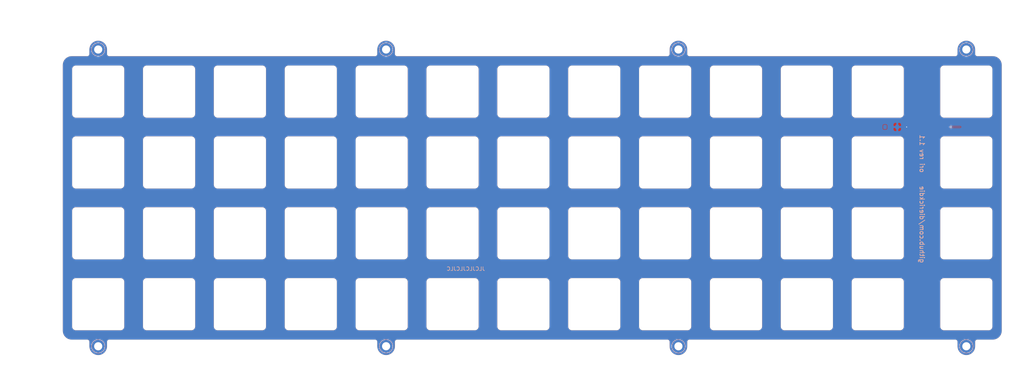
<source format=kicad_pcb>
(kicad_pcb (version 20171130) (host pcbnew "(5.1.10-1-10_14)")
  (layers (0 F.Cu signal) (31 B.Cu signal) (34 B.Paste user) (35 F.Paste user) (36 B.SilkS user) (37 F.SilkS user) (38 B.Mask user) (39 F.Mask user) (44 Edge.Cuts user))
  (net 0 "")
  (net 1 GND)
  (net 2 GND1)
  (net 3 "Net-(D2-Pad1)")
  (module Keeb_footprints:MX100_cutout_plated (layer F.Cu) (at 308.37317 107.1567)
    (fp_text reference U45)
    (fp_text value HOLE)
    (fp_line (start -6 7) (end 6 7) (layer Edge.Cuts) (width 0.05))
    (fp_line (start 7 -6) (end 7 6) (layer Edge.Cuts) (width 0.05))
    (fp_line (start -6 -7) (end 6 -7) (layer Edge.Cuts) (width 0.05))
    (fp_line (start -7 6) (end -7 -6) (layer Edge.Cuts) (width 0.05))
    (fp_arc (start -6 -6) (end -6 -7) (angle -90) (layer Edge.Cuts) (width 0.05))
    (fp_arc (start 6 6) (end 6 7) (angle -90) (layer Edge.Cuts) (width 0.05))
    (fp_arc (start 6 -6) (end 7 -6) (angle -90) (layer Edge.Cuts) (width 0.05))
    (fp_arc (start -6 6) (end -7 6) (angle -90) (layer Edge.Cuts) (width 0.05))
  )
  (module Keeb_footprints:MX100_cutout_plated (layer F.Cu) (at 155.97253 50.00646)
    (fp_text reference U1)
    (fp_text value HOLE)
    (fp_line (start -6 7) (end 6 7) (layer Edge.Cuts) (width 0.05))
    (fp_line (start 7 -6) (end 7 6) (layer Edge.Cuts) (width 0.05))
    (fp_line (start -6 -7) (end 6 -7) (layer Edge.Cuts) (width 0.05))
    (fp_line (start -7 6) (end -7 -6) (layer Edge.Cuts) (width 0.05))
    (fp_arc (start -6 -6) (end -6 -7) (angle -90) (layer Edge.Cuts) (width 0.05))
    (fp_arc (start 6 6) (end 6 7) (angle -90) (layer Edge.Cuts) (width 0.05))
    (fp_arc (start 6 -6) (end 7 -6) (angle -90) (layer Edge.Cuts) (width 0.05))
    (fp_arc (start -6 6) (end -7 6) (angle -90) (layer Edge.Cuts) (width 0.05))
  )
  (module Keeb_footprints:MX100_cutout_plated (layer F.Cu) (at 389.33601 107.1567)
    (fp_text reference U52)
    (fp_text value HOLE)
    (fp_line (start -6 7) (end 6 7) (layer Edge.Cuts) (width 0.05))
    (fp_line (start 7 -6) (end 7 6) (layer Edge.Cuts) (width 0.05))
    (fp_line (start -6 -7) (end 6 -7) (layer Edge.Cuts) (width 0.05))
    (fp_line (start -7 6) (end -7 -6) (layer Edge.Cuts) (width 0.05))
    (fp_arc (start -6 -6) (end -6 -7) (angle -90) (layer Edge.Cuts) (width 0.05))
    (fp_arc (start 6 6) (end 6 7) (angle -90) (layer Edge.Cuts) (width 0.05))
    (fp_arc (start 6 -6) (end 7 -6) (angle -90) (layer Edge.Cuts) (width 0.05))
    (fp_arc (start -6 6) (end -7 6) (angle -90) (layer Edge.Cuts) (width 0.05))
  )
  (module Keeb_footprints:MX100_cutout_plated (layer F.Cu) (at 389.33589 88.106428)
    (fp_text reference U51)
    (fp_text value HOLE)
    (fp_line (start -6 7) (end 6 7) (layer Edge.Cuts) (width 0.05))
    (fp_line (start 7 -6) (end 7 6) (layer Edge.Cuts) (width 0.05))
    (fp_line (start -6 -7) (end 6 -7) (layer Edge.Cuts) (width 0.05))
    (fp_line (start -7 6) (end -7 -6) (layer Edge.Cuts) (width 0.05))
    (fp_arc (start -6 -6) (end -6 -7) (angle -90) (layer Edge.Cuts) (width 0.05))
    (fp_arc (start 6 6) (end 6 7) (angle -90) (layer Edge.Cuts) (width 0.05))
    (fp_arc (start 6 -6) (end 7 -6) (angle -90) (layer Edge.Cuts) (width 0.05))
    (fp_arc (start -6 6) (end -7 6) (angle -90) (layer Edge.Cuts) (width 0.05))
  )
  (module Keeb_footprints:MX100_cutout_plated (layer F.Cu) (at 389.33589 69.056444)
    (fp_text reference U50)
    (fp_text value HOLE)
    (fp_line (start -6 7) (end 6 7) (layer Edge.Cuts) (width 0.05))
    (fp_line (start 7 -6) (end 7 6) (layer Edge.Cuts) (width 0.05))
    (fp_line (start -6 -7) (end 6 -7) (layer Edge.Cuts) (width 0.05))
    (fp_line (start -7 6) (end -7 -6) (layer Edge.Cuts) (width 0.05))
    (fp_arc (start -6 -6) (end -6 -7) (angle -90) (layer Edge.Cuts) (width 0.05))
    (fp_arc (start 6 6) (end 6 7) (angle -90) (layer Edge.Cuts) (width 0.05))
    (fp_arc (start 6 -6) (end 7 -6) (angle -90) (layer Edge.Cuts) (width 0.05))
    (fp_arc (start -6 6) (end -7 6) (angle -90) (layer Edge.Cuts) (width 0.05))
  )
  (module Keeb_footprints:MX100_cutout_plated (layer F.Cu) (at 389.33601 50.00646)
    (fp_text reference U49)
    (fp_text value HOLE)
    (fp_line (start -6 7) (end 6 7) (layer Edge.Cuts) (width 0.05))
    (fp_line (start 7 -6) (end 7 6) (layer Edge.Cuts) (width 0.05))
    (fp_line (start -6 -7) (end 6 -7) (layer Edge.Cuts) (width 0.05))
    (fp_line (start -7 6) (end -7 -6) (layer Edge.Cuts) (width 0.05))
    (fp_arc (start -6 -6) (end -6 -7) (angle -90) (layer Edge.Cuts) (width 0.05))
    (fp_arc (start 6 6) (end 6 7) (angle -90) (layer Edge.Cuts) (width 0.05))
    (fp_arc (start 6 -6) (end 7 -6) (angle -90) (layer Edge.Cuts) (width 0.05))
    (fp_arc (start -6 6) (end -7 6) (angle -90) (layer Edge.Cuts) (width 0.05))
  )
  (module Keeb_footprints:MX100_cutout_plated (layer F.Cu) (at 365.52341 107.1567)
    (fp_text reference U48)
    (fp_text value HOLE)
    (fp_line (start -6 7) (end 6 7) (layer Edge.Cuts) (width 0.05))
    (fp_line (start 7 -6) (end 7 6) (layer Edge.Cuts) (width 0.05))
    (fp_line (start -6 -7) (end 6 -7) (layer Edge.Cuts) (width 0.05))
    (fp_line (start -7 6) (end -7 -6) (layer Edge.Cuts) (width 0.05))
    (fp_arc (start -6 -6) (end -6 -7) (angle -90) (layer Edge.Cuts) (width 0.05))
    (fp_arc (start 6 6) (end 6 7) (angle -90) (layer Edge.Cuts) (width 0.05))
    (fp_arc (start 6 -6) (end 7 -6) (angle -90) (layer Edge.Cuts) (width 0.05))
    (fp_arc (start -6 6) (end -7 6) (angle -90) (layer Edge.Cuts) (width 0.05))
  )
  (module Keeb_footprints:MX100_cutout_plated (layer F.Cu) (at 346.47333 107.16)
    (fp_text reference U47)
    (fp_text value HOLE)
    (fp_line (start -6 7) (end 6 7) (layer Edge.Cuts) (width 0.05))
    (fp_line (start 7 -6) (end 7 6) (layer Edge.Cuts) (width 0.05))
    (fp_line (start -6 -7) (end 6 -7) (layer Edge.Cuts) (width 0.05))
    (fp_line (start -7 6) (end -7 -6) (layer Edge.Cuts) (width 0.05))
    (fp_arc (start -6 -6) (end -6 -7) (angle -90) (layer Edge.Cuts) (width 0.05))
    (fp_arc (start 6 6) (end 6 7) (angle -90) (layer Edge.Cuts) (width 0.05))
    (fp_arc (start 6 -6) (end 7 -6) (angle -90) (layer Edge.Cuts) (width 0.05))
    (fp_arc (start -6 6) (end -7 6) (angle -90) (layer Edge.Cuts) (width 0.05))
  )
  (module Keeb_footprints:MX100_cutout_plated (layer F.Cu) (at 327.42325 107.1567)
    (fp_text reference U46)
    (fp_text value HOLE)
    (fp_line (start -6 7) (end 6 7) (layer Edge.Cuts) (width 0.05))
    (fp_line (start 7 -6) (end 7 6) (layer Edge.Cuts) (width 0.05))
    (fp_line (start -6 -7) (end 6 -7) (layer Edge.Cuts) (width 0.05))
    (fp_line (start -7 6) (end -7 -6) (layer Edge.Cuts) (width 0.05))
    (fp_arc (start -6 -6) (end -6 -7) (angle -90) (layer Edge.Cuts) (width 0.05))
    (fp_arc (start 6 6) (end 6 7) (angle -90) (layer Edge.Cuts) (width 0.05))
    (fp_arc (start 6 -6) (end 7 -6) (angle -90) (layer Edge.Cuts) (width 0.05))
    (fp_arc (start -6 6) (end -7 6) (angle -90) (layer Edge.Cuts) (width 0.05))
  )
  (module Keeb_footprints:MX100_cutout_plated (layer F.Cu) (at 289.32309 107.1567)
    (fp_text reference U44)
    (fp_text value HOLE)
    (fp_line (start -6 7) (end 6 7) (layer Edge.Cuts) (width 0.05))
    (fp_line (start 7 -6) (end 7 6) (layer Edge.Cuts) (width 0.05))
    (fp_line (start -6 -7) (end 6 -7) (layer Edge.Cuts) (width 0.05))
    (fp_line (start -7 6) (end -7 -6) (layer Edge.Cuts) (width 0.05))
    (fp_arc (start -6 -6) (end -6 -7) (angle -90) (layer Edge.Cuts) (width 0.05))
    (fp_arc (start 6 6) (end 6 7) (angle -90) (layer Edge.Cuts) (width 0.05))
    (fp_arc (start 6 -6) (end 7 -6) (angle -90) (layer Edge.Cuts) (width 0.05))
    (fp_arc (start -6 6) (end -7 6) (angle -90) (layer Edge.Cuts) (width 0.05))
  )
  (module Keeb_footprints:MX100_cutout_plated (layer F.Cu) (at 270.27301 107.1567)
    (fp_text reference U43)
    (fp_text value HOLE)
    (fp_line (start -6 7) (end 6 7) (layer Edge.Cuts) (width 0.05))
    (fp_line (start 7 -6) (end 7 6) (layer Edge.Cuts) (width 0.05))
    (fp_line (start -6 -7) (end 6 -7) (layer Edge.Cuts) (width 0.05))
    (fp_line (start -7 6) (end -7 -6) (layer Edge.Cuts) (width 0.05))
    (fp_arc (start -6 -6) (end -6 -7) (angle -90) (layer Edge.Cuts) (width 0.05))
    (fp_arc (start 6 6) (end 6 7) (angle -90) (layer Edge.Cuts) (width 0.05))
    (fp_arc (start 6 -6) (end 7 -6) (angle -90) (layer Edge.Cuts) (width 0.05))
    (fp_arc (start -6 6) (end -7 6) (angle -90) (layer Edge.Cuts) (width 0.05))
  )
  (module Keeb_footprints:MX100_cutout_plated (layer F.Cu) (at 251.22293 107.1567)
    (fp_text reference U42)
    (fp_text value HOLE)
    (fp_line (start -6 7) (end 6 7) (layer Edge.Cuts) (width 0.05))
    (fp_line (start 7 -6) (end 7 6) (layer Edge.Cuts) (width 0.05))
    (fp_line (start -6 -7) (end 6 -7) (layer Edge.Cuts) (width 0.05))
    (fp_line (start -7 6) (end -7 -6) (layer Edge.Cuts) (width 0.05))
    (fp_arc (start -6 -6) (end -6 -7) (angle -90) (layer Edge.Cuts) (width 0.05))
    (fp_arc (start 6 6) (end 6 7) (angle -90) (layer Edge.Cuts) (width 0.05))
    (fp_arc (start 6 -6) (end 7 -6) (angle -90) (layer Edge.Cuts) (width 0.05))
    (fp_arc (start -6 6) (end -7 6) (angle -90) (layer Edge.Cuts) (width 0.05))
  )
  (module Keeb_footprints:MX100_cutout_plated (layer F.Cu) (at 232.17285 107.1567)
    (fp_text reference U41)
    (fp_text value HOLE)
    (fp_line (start -6 7) (end 6 7) (layer Edge.Cuts) (width 0.05))
    (fp_line (start 7 -6) (end 7 6) (layer Edge.Cuts) (width 0.05))
    (fp_line (start -6 -7) (end 6 -7) (layer Edge.Cuts) (width 0.05))
    (fp_line (start -7 6) (end -7 -6) (layer Edge.Cuts) (width 0.05))
    (fp_arc (start -6 -6) (end -6 -7) (angle -90) (layer Edge.Cuts) (width 0.05))
    (fp_arc (start 6 6) (end 6 7) (angle -90) (layer Edge.Cuts) (width 0.05))
    (fp_arc (start 6 -6) (end 7 -6) (angle -90) (layer Edge.Cuts) (width 0.05))
    (fp_arc (start -6 6) (end -7 6) (angle -90) (layer Edge.Cuts) (width 0.05))
  )
  (module Keeb_footprints:MX100_cutout_plated (layer F.Cu) (at 213.12277 107.1567)
    (fp_text reference U40)
    (fp_text value HOLE)
    (fp_line (start -6 7) (end 6 7) (layer Edge.Cuts) (width 0.05))
    (fp_line (start 7 -6) (end 7 6) (layer Edge.Cuts) (width 0.05))
    (fp_line (start -6 -7) (end 6 -7) (layer Edge.Cuts) (width 0.05))
    (fp_line (start -7 6) (end -7 -6) (layer Edge.Cuts) (width 0.05))
    (fp_arc (start -6 -6) (end -6 -7) (angle -90) (layer Edge.Cuts) (width 0.05))
    (fp_arc (start 6 6) (end 6 7) (angle -90) (layer Edge.Cuts) (width 0.05))
    (fp_arc (start 6 -6) (end 7 -6) (angle -90) (layer Edge.Cuts) (width 0.05))
    (fp_arc (start -6 6) (end -7 6) (angle -90) (layer Edge.Cuts) (width 0.05))
  )
  (module Keeb_footprints:MX100_cutout_plated (layer F.Cu) (at 194.07269 107.1567)
    (fp_text reference U39)
    (fp_text value HOLE)
    (fp_line (start -6 7) (end 6 7) (layer Edge.Cuts) (width 0.05))
    (fp_line (start 7 -6) (end 7 6) (layer Edge.Cuts) (width 0.05))
    (fp_line (start -6 -7) (end 6 -7) (layer Edge.Cuts) (width 0.05))
    (fp_line (start -7 6) (end -7 -6) (layer Edge.Cuts) (width 0.05))
    (fp_arc (start -6 -6) (end -6 -7) (angle -90) (layer Edge.Cuts) (width 0.05))
    (fp_arc (start 6 6) (end 6 7) (angle -90) (layer Edge.Cuts) (width 0.05))
    (fp_arc (start 6 -6) (end 7 -6) (angle -90) (layer Edge.Cuts) (width 0.05))
    (fp_arc (start -6 6) (end -7 6) (angle -90) (layer Edge.Cuts) (width 0.05))
  )
  (module Keeb_footprints:MX100_cutout_plated (layer F.Cu) (at 175.02261 107.1567)
    (fp_text reference U38)
    (fp_text value HOLE)
    (fp_line (start -6 7) (end 6 7) (layer Edge.Cuts) (width 0.05))
    (fp_line (start 7 -6) (end 7 6) (layer Edge.Cuts) (width 0.05))
    (fp_line (start -6 -7) (end 6 -7) (layer Edge.Cuts) (width 0.05))
    (fp_line (start -7 6) (end -7 -6) (layer Edge.Cuts) (width 0.05))
    (fp_arc (start -6 -6) (end -6 -7) (angle -90) (layer Edge.Cuts) (width 0.05))
    (fp_arc (start 6 6) (end 6 7) (angle -90) (layer Edge.Cuts) (width 0.05))
    (fp_arc (start 6 -6) (end 7 -6) (angle -90) (layer Edge.Cuts) (width 0.05))
    (fp_arc (start -6 6) (end -7 6) (angle -90) (layer Edge.Cuts) (width 0.05))
  )
  (module Keeb_footprints:MX100_cutout_plated (layer F.Cu) (at 155.97253 107.1567)
    (fp_text reference U37)
    (fp_text value HOLE)
    (fp_line (start -6 7) (end 6 7) (layer Edge.Cuts) (width 0.05))
    (fp_line (start 7 -6) (end 7 6) (layer Edge.Cuts) (width 0.05))
    (fp_line (start -6 -7) (end 6 -7) (layer Edge.Cuts) (width 0.05))
    (fp_line (start -7 6) (end -7 -6) (layer Edge.Cuts) (width 0.05))
    (fp_arc (start -6 -6) (end -6 -7) (angle -90) (layer Edge.Cuts) (width 0.05))
    (fp_arc (start 6 6) (end 6 7) (angle -90) (layer Edge.Cuts) (width 0.05))
    (fp_arc (start 6 -6) (end 7 -6) (angle -90) (layer Edge.Cuts) (width 0.05))
    (fp_arc (start -6 6) (end -7 6) (angle -90) (layer Edge.Cuts) (width 0.05))
  )
  (module Keeb_footprints:MX100_cutout_plated (layer F.Cu) (at 365.52341 88.10662)
    (fp_text reference U36)
    (fp_text value HOLE)
    (fp_line (start -6 7) (end 6 7) (layer Edge.Cuts) (width 0.05))
    (fp_line (start 7 -6) (end 7 6) (layer Edge.Cuts) (width 0.05))
    (fp_line (start -6 -7) (end 6 -7) (layer Edge.Cuts) (width 0.05))
    (fp_line (start -7 6) (end -7 -6) (layer Edge.Cuts) (width 0.05))
    (fp_arc (start -6 -6) (end -6 -7) (angle -90) (layer Edge.Cuts) (width 0.05))
    (fp_arc (start 6 6) (end 6 7) (angle -90) (layer Edge.Cuts) (width 0.05))
    (fp_arc (start 6 -6) (end 7 -6) (angle -90) (layer Edge.Cuts) (width 0.05))
    (fp_arc (start -6 6) (end -7 6) (angle -90) (layer Edge.Cuts) (width 0.05))
  )
  (module Keeb_footprints:MX100_cutout_plated (layer F.Cu) (at 346.47333 88.10662)
    (fp_text reference U35)
    (fp_text value HOLE)
    (fp_line (start -6 7) (end 6 7) (layer Edge.Cuts) (width 0.05))
    (fp_line (start 7 -6) (end 7 6) (layer Edge.Cuts) (width 0.05))
    (fp_line (start -6 -7) (end 6 -7) (layer Edge.Cuts) (width 0.05))
    (fp_line (start -7 6) (end -7 -6) (layer Edge.Cuts) (width 0.05))
    (fp_arc (start -6 -6) (end -6 -7) (angle -90) (layer Edge.Cuts) (width 0.05))
    (fp_arc (start 6 6) (end 6 7) (angle -90) (layer Edge.Cuts) (width 0.05))
    (fp_arc (start 6 -6) (end 7 -6) (angle -90) (layer Edge.Cuts) (width 0.05))
    (fp_arc (start -6 6) (end -7 6) (angle -90) (layer Edge.Cuts) (width 0.05))
  )
  (module Keeb_footprints:MX100_cutout_plated (layer F.Cu) (at 327.42325 88.10662)
    (fp_text reference U34)
    (fp_text value HOLE)
    (fp_line (start -6 7) (end 6 7) (layer Edge.Cuts) (width 0.05))
    (fp_line (start 7 -6) (end 7 6) (layer Edge.Cuts) (width 0.05))
    (fp_line (start -6 -7) (end 6 -7) (layer Edge.Cuts) (width 0.05))
    (fp_line (start -7 6) (end -7 -6) (layer Edge.Cuts) (width 0.05))
    (fp_arc (start -6 -6) (end -6 -7) (angle -90) (layer Edge.Cuts) (width 0.05))
    (fp_arc (start 6 6) (end 6 7) (angle -90) (layer Edge.Cuts) (width 0.05))
    (fp_arc (start 6 -6) (end 7 -6) (angle -90) (layer Edge.Cuts) (width 0.05))
    (fp_arc (start -6 6) (end -7 6) (angle -90) (layer Edge.Cuts) (width 0.05))
  )
  (module Keeb_footprints:MX100_cutout_plated (layer F.Cu) (at 308.37317 88.10662)
    (fp_text reference U33)
    (fp_text value HOLE)
    (fp_line (start -6 7) (end 6 7) (layer Edge.Cuts) (width 0.05))
    (fp_line (start 7 -6) (end 7 6) (layer Edge.Cuts) (width 0.05))
    (fp_line (start -6 -7) (end 6 -7) (layer Edge.Cuts) (width 0.05))
    (fp_line (start -7 6) (end -7 -6) (layer Edge.Cuts) (width 0.05))
    (fp_arc (start -6 -6) (end -6 -7) (angle -90) (layer Edge.Cuts) (width 0.05))
    (fp_arc (start 6 6) (end 6 7) (angle -90) (layer Edge.Cuts) (width 0.05))
    (fp_arc (start 6 -6) (end 7 -6) (angle -90) (layer Edge.Cuts) (width 0.05))
    (fp_arc (start -6 6) (end -7 6) (angle -90) (layer Edge.Cuts) (width 0.05))
  )
  (module Keeb_footprints:MX100_cutout_plated (layer F.Cu) (at 289.32309 88.10662)
    (fp_text reference U32)
    (fp_text value HOLE)
    (fp_line (start -6 7) (end 6 7) (layer Edge.Cuts) (width 0.05))
    (fp_line (start 7 -6) (end 7 6) (layer Edge.Cuts) (width 0.05))
    (fp_line (start -6 -7) (end 6 -7) (layer Edge.Cuts) (width 0.05))
    (fp_line (start -7 6) (end -7 -6) (layer Edge.Cuts) (width 0.05))
    (fp_arc (start -6 -6) (end -6 -7) (angle -90) (layer Edge.Cuts) (width 0.05))
    (fp_arc (start 6 6) (end 6 7) (angle -90) (layer Edge.Cuts) (width 0.05))
    (fp_arc (start 6 -6) (end 7 -6) (angle -90) (layer Edge.Cuts) (width 0.05))
    (fp_arc (start -6 6) (end -7 6) (angle -90) (layer Edge.Cuts) (width 0.05))
  )
  (module Keeb_footprints:MX100_cutout_plated (layer F.Cu) (at 270.27301 88.10662)
    (fp_text reference U31)
    (fp_text value HOLE)
    (fp_line (start -6 7) (end 6 7) (layer Edge.Cuts) (width 0.05))
    (fp_line (start 7 -6) (end 7 6) (layer Edge.Cuts) (width 0.05))
    (fp_line (start -6 -7) (end 6 -7) (layer Edge.Cuts) (width 0.05))
    (fp_line (start -7 6) (end -7 -6) (layer Edge.Cuts) (width 0.05))
    (fp_arc (start -6 -6) (end -6 -7) (angle -90) (layer Edge.Cuts) (width 0.05))
    (fp_arc (start 6 6) (end 6 7) (angle -90) (layer Edge.Cuts) (width 0.05))
    (fp_arc (start 6 -6) (end 7 -6) (angle -90) (layer Edge.Cuts) (width 0.05))
    (fp_arc (start -6 6) (end -7 6) (angle -90) (layer Edge.Cuts) (width 0.05))
  )
  (module Keeb_footprints:MX100_cutout_plated (layer F.Cu) (at 251.22293 88.10662)
    (fp_text reference U30)
    (fp_text value HOLE)
    (fp_line (start -6 7) (end 6 7) (layer Edge.Cuts) (width 0.05))
    (fp_line (start 7 -6) (end 7 6) (layer Edge.Cuts) (width 0.05))
    (fp_line (start -6 -7) (end 6 -7) (layer Edge.Cuts) (width 0.05))
    (fp_line (start -7 6) (end -7 -6) (layer Edge.Cuts) (width 0.05))
    (fp_arc (start -6 -6) (end -6 -7) (angle -90) (layer Edge.Cuts) (width 0.05))
    (fp_arc (start 6 6) (end 6 7) (angle -90) (layer Edge.Cuts) (width 0.05))
    (fp_arc (start 6 -6) (end 7 -6) (angle -90) (layer Edge.Cuts) (width 0.05))
    (fp_arc (start -6 6) (end -7 6) (angle -90) (layer Edge.Cuts) (width 0.05))
  )
  (module Keeb_footprints:MX100_cutout_plated (layer F.Cu) (at 232.17285 88.10662)
    (fp_text reference U29)
    (fp_text value HOLE)
    (fp_line (start -6 7) (end 6 7) (layer Edge.Cuts) (width 0.05))
    (fp_line (start 7 -6) (end 7 6) (layer Edge.Cuts) (width 0.05))
    (fp_line (start -6 -7) (end 6 -7) (layer Edge.Cuts) (width 0.05))
    (fp_line (start -7 6) (end -7 -6) (layer Edge.Cuts) (width 0.05))
    (fp_arc (start -6 -6) (end -6 -7) (angle -90) (layer Edge.Cuts) (width 0.05))
    (fp_arc (start 6 6) (end 6 7) (angle -90) (layer Edge.Cuts) (width 0.05))
    (fp_arc (start 6 -6) (end 7 -6) (angle -90) (layer Edge.Cuts) (width 0.05))
    (fp_arc (start -6 6) (end -7 6) (angle -90) (layer Edge.Cuts) (width 0.05))
  )
  (module Keeb_footprints:MX100_cutout_plated (layer F.Cu) (at 213.12277 88.10662)
    (fp_text reference U28)
    (fp_text value HOLE)
    (fp_line (start -6 7) (end 6 7) (layer Edge.Cuts) (width 0.05))
    (fp_line (start 7 -6) (end 7 6) (layer Edge.Cuts) (width 0.05))
    (fp_line (start -6 -7) (end 6 -7) (layer Edge.Cuts) (width 0.05))
    (fp_line (start -7 6) (end -7 -6) (layer Edge.Cuts) (width 0.05))
    (fp_arc (start -6 -6) (end -6 -7) (angle -90) (layer Edge.Cuts) (width 0.05))
    (fp_arc (start 6 6) (end 6 7) (angle -90) (layer Edge.Cuts) (width 0.05))
    (fp_arc (start 6 -6) (end 7 -6) (angle -90) (layer Edge.Cuts) (width 0.05))
    (fp_arc (start -6 6) (end -7 6) (angle -90) (layer Edge.Cuts) (width 0.05))
  )
  (module Keeb_footprints:MX100_cutout_plated (layer F.Cu) (at 194.07269 88.10662)
    (fp_text reference U27)
    (fp_text value HOLE)
    (fp_line (start -6 7) (end 6 7) (layer Edge.Cuts) (width 0.05))
    (fp_line (start 7 -6) (end 7 6) (layer Edge.Cuts) (width 0.05))
    (fp_line (start -6 -7) (end 6 -7) (layer Edge.Cuts) (width 0.05))
    (fp_line (start -7 6) (end -7 -6) (layer Edge.Cuts) (width 0.05))
    (fp_arc (start -6 -6) (end -6 -7) (angle -90) (layer Edge.Cuts) (width 0.05))
    (fp_arc (start 6 6) (end 6 7) (angle -90) (layer Edge.Cuts) (width 0.05))
    (fp_arc (start 6 -6) (end 7 -6) (angle -90) (layer Edge.Cuts) (width 0.05))
    (fp_arc (start -6 6) (end -7 6) (angle -90) (layer Edge.Cuts) (width 0.05))
  )
  (module Keeb_footprints:MX100_cutout_plated (layer F.Cu) (at 175.02261 88.10662)
    (fp_text reference U26)
    (fp_text value HOLE)
    (fp_line (start -6 7) (end 6 7) (layer Edge.Cuts) (width 0.05))
    (fp_line (start 7 -6) (end 7 6) (layer Edge.Cuts) (width 0.05))
    (fp_line (start -6 -7) (end 6 -7) (layer Edge.Cuts) (width 0.05))
    (fp_line (start -7 6) (end -7 -6) (layer Edge.Cuts) (width 0.05))
    (fp_arc (start -6 -6) (end -6 -7) (angle -90) (layer Edge.Cuts) (width 0.05))
    (fp_arc (start 6 6) (end 6 7) (angle -90) (layer Edge.Cuts) (width 0.05))
    (fp_arc (start 6 -6) (end 7 -6) (angle -90) (layer Edge.Cuts) (width 0.05))
    (fp_arc (start -6 6) (end -7 6) (angle -90) (layer Edge.Cuts) (width 0.05))
  )
  (module Keeb_footprints:MX100_cutout_plated (layer F.Cu) (at 155.97253 88.10662)
    (fp_text reference U25)
    (fp_text value HOLE)
    (fp_line (start -6 7) (end 6 7) (layer Edge.Cuts) (width 0.05))
    (fp_line (start 7 -6) (end 7 6) (layer Edge.Cuts) (width 0.05))
    (fp_line (start -6 -7) (end 6 -7) (layer Edge.Cuts) (width 0.05))
    (fp_line (start -7 6) (end -7 -6) (layer Edge.Cuts) (width 0.05))
    (fp_arc (start -6 -6) (end -6 -7) (angle -90) (layer Edge.Cuts) (width 0.05))
    (fp_arc (start 6 6) (end 6 7) (angle -90) (layer Edge.Cuts) (width 0.05))
    (fp_arc (start 6 -6) (end 7 -6) (angle -90) (layer Edge.Cuts) (width 0.05))
    (fp_arc (start -6 6) (end -7 6) (angle -90) (layer Edge.Cuts) (width 0.05))
  )
  (module Keeb_footprints:MX100_cutout_plated (layer F.Cu) (at 365.52341 69.05654)
    (fp_text reference U24)
    (fp_text value HOLE)
    (fp_line (start -6 7) (end 6 7) (layer Edge.Cuts) (width 0.05))
    (fp_line (start 7 -6) (end 7 6) (layer Edge.Cuts) (width 0.05))
    (fp_line (start -6 -7) (end 6 -7) (layer Edge.Cuts) (width 0.05))
    (fp_line (start -7 6) (end -7 -6) (layer Edge.Cuts) (width 0.05))
    (fp_arc (start -6 -6) (end -6 -7) (angle -90) (layer Edge.Cuts) (width 0.05))
    (fp_arc (start 6 6) (end 6 7) (angle -90) (layer Edge.Cuts) (width 0.05))
    (fp_arc (start 6 -6) (end 7 -6) (angle -90) (layer Edge.Cuts) (width 0.05))
    (fp_arc (start -6 6) (end -7 6) (angle -90) (layer Edge.Cuts) (width 0.05))
  )
  (module Keeb_footprints:MX100_cutout_plated (layer F.Cu) (at 346.47333 69.05654)
    (fp_text reference U23)
    (fp_text value HOLE)
    (fp_line (start -6 7) (end 6 7) (layer Edge.Cuts) (width 0.05))
    (fp_line (start 7 -6) (end 7 6) (layer Edge.Cuts) (width 0.05))
    (fp_line (start -6 -7) (end 6 -7) (layer Edge.Cuts) (width 0.05))
    (fp_line (start -7 6) (end -7 -6) (layer Edge.Cuts) (width 0.05))
    (fp_arc (start -6 -6) (end -6 -7) (angle -90) (layer Edge.Cuts) (width 0.05))
    (fp_arc (start 6 6) (end 6 7) (angle -90) (layer Edge.Cuts) (width 0.05))
    (fp_arc (start 6 -6) (end 7 -6) (angle -90) (layer Edge.Cuts) (width 0.05))
    (fp_arc (start -6 6) (end -7 6) (angle -90) (layer Edge.Cuts) (width 0.05))
  )
  (module Keeb_footprints:MX100_cutout_plated (layer F.Cu) (at 327.42325 69.05654)
    (fp_text reference U22)
    (fp_text value HOLE)
    (fp_line (start -6 7) (end 6 7) (layer Edge.Cuts) (width 0.05))
    (fp_line (start 7 -6) (end 7 6) (layer Edge.Cuts) (width 0.05))
    (fp_line (start -6 -7) (end 6 -7) (layer Edge.Cuts) (width 0.05))
    (fp_line (start -7 6) (end -7 -6) (layer Edge.Cuts) (width 0.05))
    (fp_arc (start -6 -6) (end -6 -7) (angle -90) (layer Edge.Cuts) (width 0.05))
    (fp_arc (start 6 6) (end 6 7) (angle -90) (layer Edge.Cuts) (width 0.05))
    (fp_arc (start 6 -6) (end 7 -6) (angle -90) (layer Edge.Cuts) (width 0.05))
    (fp_arc (start -6 6) (end -7 6) (angle -90) (layer Edge.Cuts) (width 0.05))
  )
  (module Keeb_footprints:MX100_cutout_plated (layer F.Cu) (at 308.37317 69.05654)
    (fp_text reference U21)
    (fp_text value HOLE)
    (fp_line (start -6 7) (end 6 7) (layer Edge.Cuts) (width 0.05))
    (fp_line (start 7 -6) (end 7 6) (layer Edge.Cuts) (width 0.05))
    (fp_line (start -6 -7) (end 6 -7) (layer Edge.Cuts) (width 0.05))
    (fp_line (start -7 6) (end -7 -6) (layer Edge.Cuts) (width 0.05))
    (fp_arc (start -6 -6) (end -6 -7) (angle -90) (layer Edge.Cuts) (width 0.05))
    (fp_arc (start 6 6) (end 6 7) (angle -90) (layer Edge.Cuts) (width 0.05))
    (fp_arc (start 6 -6) (end 7 -6) (angle -90) (layer Edge.Cuts) (width 0.05))
    (fp_arc (start -6 6) (end -7 6) (angle -90) (layer Edge.Cuts) (width 0.05))
  )
  (module Keeb_footprints:MX100_cutout_plated (layer F.Cu) (at 289.32309 69.05654)
    (fp_text reference U20)
    (fp_text value HOLE)
    (fp_line (start -6 7) (end 6 7) (layer Edge.Cuts) (width 0.05))
    (fp_line (start 7 -6) (end 7 6) (layer Edge.Cuts) (width 0.05))
    (fp_line (start -6 -7) (end 6 -7) (layer Edge.Cuts) (width 0.05))
    (fp_line (start -7 6) (end -7 -6) (layer Edge.Cuts) (width 0.05))
    (fp_arc (start -6 -6) (end -6 -7) (angle -90) (layer Edge.Cuts) (width 0.05))
    (fp_arc (start 6 6) (end 6 7) (angle -90) (layer Edge.Cuts) (width 0.05))
    (fp_arc (start 6 -6) (end 7 -6) (angle -90) (layer Edge.Cuts) (width 0.05))
    (fp_arc (start -6 6) (end -7 6) (angle -90) (layer Edge.Cuts) (width 0.05))
  )
  (module Keeb_footprints:MX100_cutout_plated (layer F.Cu) (at 270.27301 69.05654)
    (fp_text reference U19)
    (fp_text value HOLE)
    (fp_line (start -6 7) (end 6 7) (layer Edge.Cuts) (width 0.05))
    (fp_line (start 7 -6) (end 7 6) (layer Edge.Cuts) (width 0.05))
    (fp_line (start -6 -7) (end 6 -7) (layer Edge.Cuts) (width 0.05))
    (fp_line (start -7 6) (end -7 -6) (layer Edge.Cuts) (width 0.05))
    (fp_arc (start -6 -6) (end -6 -7) (angle -90) (layer Edge.Cuts) (width 0.05))
    (fp_arc (start 6 6) (end 6 7) (angle -90) (layer Edge.Cuts) (width 0.05))
    (fp_arc (start 6 -6) (end 7 -6) (angle -90) (layer Edge.Cuts) (width 0.05))
    (fp_arc (start -6 6) (end -7 6) (angle -90) (layer Edge.Cuts) (width 0.05))
  )
  (module Keeb_footprints:MX100_cutout_plated (layer F.Cu) (at 251.22293 69.05654)
    (fp_text reference U18)
    (fp_text value HOLE)
    (fp_line (start -6 7) (end 6 7) (layer Edge.Cuts) (width 0.05))
    (fp_line (start 7 -6) (end 7 6) (layer Edge.Cuts) (width 0.05))
    (fp_line (start -6 -7) (end 6 -7) (layer Edge.Cuts) (width 0.05))
    (fp_line (start -7 6) (end -7 -6) (layer Edge.Cuts) (width 0.05))
    (fp_arc (start -6 -6) (end -6 -7) (angle -90) (layer Edge.Cuts) (width 0.05))
    (fp_arc (start 6 6) (end 6 7) (angle -90) (layer Edge.Cuts) (width 0.05))
    (fp_arc (start 6 -6) (end 7 -6) (angle -90) (layer Edge.Cuts) (width 0.05))
    (fp_arc (start -6 6) (end -7 6) (angle -90) (layer Edge.Cuts) (width 0.05))
  )
  (module Keeb_footprints:MX100_cutout_plated (layer F.Cu) (at 232.17285 69.05654)
    (fp_text reference U17)
    (fp_text value HOLE)
    (fp_line (start -6 7) (end 6 7) (layer Edge.Cuts) (width 0.05))
    (fp_line (start 7 -6) (end 7 6) (layer Edge.Cuts) (width 0.05))
    (fp_line (start -6 -7) (end 6 -7) (layer Edge.Cuts) (width 0.05))
    (fp_line (start -7 6) (end -7 -6) (layer Edge.Cuts) (width 0.05))
    (fp_arc (start -6 -6) (end -6 -7) (angle -90) (layer Edge.Cuts) (width 0.05))
    (fp_arc (start 6 6) (end 6 7) (angle -90) (layer Edge.Cuts) (width 0.05))
    (fp_arc (start 6 -6) (end 7 -6) (angle -90) (layer Edge.Cuts) (width 0.05))
    (fp_arc (start -6 6) (end -7 6) (angle -90) (layer Edge.Cuts) (width 0.05))
  )
  (module Keeb_footprints:MX100_cutout_plated (layer F.Cu) (at 213.12277 69.05654)
    (fp_text reference U16)
    (fp_text value HOLE)
    (fp_line (start -6 7) (end 6 7) (layer Edge.Cuts) (width 0.05))
    (fp_line (start 7 -6) (end 7 6) (layer Edge.Cuts) (width 0.05))
    (fp_line (start -6 -7) (end 6 -7) (layer Edge.Cuts) (width 0.05))
    (fp_line (start -7 6) (end -7 -6) (layer Edge.Cuts) (width 0.05))
    (fp_arc (start -6 -6) (end -6 -7) (angle -90) (layer Edge.Cuts) (width 0.05))
    (fp_arc (start 6 6) (end 6 7) (angle -90) (layer Edge.Cuts) (width 0.05))
    (fp_arc (start 6 -6) (end 7 -6) (angle -90) (layer Edge.Cuts) (width 0.05))
    (fp_arc (start -6 6) (end -7 6) (angle -90) (layer Edge.Cuts) (width 0.05))
  )
  (module Keeb_footprints:MX100_cutout_plated (layer F.Cu) (at 194.07269 69.05654)
    (fp_text reference U15)
    (fp_text value HOLE)
    (fp_line (start -6 7) (end 6 7) (layer Edge.Cuts) (width 0.05))
    (fp_line (start 7 -6) (end 7 6) (layer Edge.Cuts) (width 0.05))
    (fp_line (start -6 -7) (end 6 -7) (layer Edge.Cuts) (width 0.05))
    (fp_line (start -7 6) (end -7 -6) (layer Edge.Cuts) (width 0.05))
    (fp_arc (start -6 -6) (end -6 -7) (angle -90) (layer Edge.Cuts) (width 0.05))
    (fp_arc (start 6 6) (end 6 7) (angle -90) (layer Edge.Cuts) (width 0.05))
    (fp_arc (start 6 -6) (end 7 -6) (angle -90) (layer Edge.Cuts) (width 0.05))
    (fp_arc (start -6 6) (end -7 6) (angle -90) (layer Edge.Cuts) (width 0.05))
  )
  (module Keeb_footprints:MX100_cutout_plated (layer F.Cu) (at 175.02261 69.05654)
    (fp_text reference U14)
    (fp_text value HOLE)
    (fp_line (start -6 7) (end 6 7) (layer Edge.Cuts) (width 0.05))
    (fp_line (start 7 -6) (end 7 6) (layer Edge.Cuts) (width 0.05))
    (fp_line (start -6 -7) (end 6 -7) (layer Edge.Cuts) (width 0.05))
    (fp_line (start -7 6) (end -7 -6) (layer Edge.Cuts) (width 0.05))
    (fp_arc (start -6 -6) (end -6 -7) (angle -90) (layer Edge.Cuts) (width 0.05))
    (fp_arc (start 6 6) (end 6 7) (angle -90) (layer Edge.Cuts) (width 0.05))
    (fp_arc (start 6 -6) (end 7 -6) (angle -90) (layer Edge.Cuts) (width 0.05))
    (fp_arc (start -6 6) (end -7 6) (angle -90) (layer Edge.Cuts) (width 0.05))
  )
  (module Keeb_footprints:MX100_cutout_plated (layer F.Cu) (at 155.97253 69.05654)
    (fp_text reference U13)
    (fp_text value HOLE)
    (fp_line (start -6 7) (end 6 7) (layer Edge.Cuts) (width 0.05))
    (fp_line (start 7 -6) (end 7 6) (layer Edge.Cuts) (width 0.05))
    (fp_line (start -6 -7) (end 6 -7) (layer Edge.Cuts) (width 0.05))
    (fp_line (start -7 6) (end -7 -6) (layer Edge.Cuts) (width 0.05))
    (fp_arc (start -6 -6) (end -6 -7) (angle -90) (layer Edge.Cuts) (width 0.05))
    (fp_arc (start 6 6) (end 6 7) (angle -90) (layer Edge.Cuts) (width 0.05))
    (fp_arc (start 6 -6) (end 7 -6) (angle -90) (layer Edge.Cuts) (width 0.05))
    (fp_arc (start -6 6) (end -7 6) (angle -90) (layer Edge.Cuts) (width 0.05))
  )
  (module Keeb_footprints:MX100_cutout_plated (layer F.Cu) (at 365.52341 50.00646)
    (fp_text reference U12)
    (fp_text value HOLE)
    (fp_line (start -6 7) (end 6 7) (layer Edge.Cuts) (width 0.05))
    (fp_line (start 7 -6) (end 7 6) (layer Edge.Cuts) (width 0.05))
    (fp_line (start -6 -7) (end 6 -7) (layer Edge.Cuts) (width 0.05))
    (fp_line (start -7 6) (end -7 -6) (layer Edge.Cuts) (width 0.05))
    (fp_arc (start -6 -6) (end -6 -7) (angle -90) (layer Edge.Cuts) (width 0.05))
    (fp_arc (start 6 6) (end 6 7) (angle -90) (layer Edge.Cuts) (width 0.05))
    (fp_arc (start 6 -6) (end 7 -6) (angle -90) (layer Edge.Cuts) (width 0.05))
    (fp_arc (start -6 6) (end -7 6) (angle -90) (layer Edge.Cuts) (width 0.05))
  )
  (module Keeb_footprints:MX100_cutout_plated (layer F.Cu) (at 346.47333 50.00646)
    (fp_text reference U11)
    (fp_text value HOLE)
    (fp_line (start -6 7) (end 6 7) (layer Edge.Cuts) (width 0.05))
    (fp_line (start 7 -6) (end 7 6) (layer Edge.Cuts) (width 0.05))
    (fp_line (start -6 -7) (end 6 -7) (layer Edge.Cuts) (width 0.05))
    (fp_line (start -7 6) (end -7 -6) (layer Edge.Cuts) (width 0.05))
    (fp_arc (start -6 -6) (end -6 -7) (angle -90) (layer Edge.Cuts) (width 0.05))
    (fp_arc (start 6 6) (end 6 7) (angle -90) (layer Edge.Cuts) (width 0.05))
    (fp_arc (start 6 -6) (end 7 -6) (angle -90) (layer Edge.Cuts) (width 0.05))
    (fp_arc (start -6 6) (end -7 6) (angle -90) (layer Edge.Cuts) (width 0.05))
  )
  (module Keeb_footprints:MX100_cutout_plated (layer F.Cu) (at 327.42325 50.00646)
    (fp_text reference U10)
    (fp_text value HOLE)
    (fp_line (start -6 7) (end 6 7) (layer Edge.Cuts) (width 0.05))
    (fp_line (start 7 -6) (end 7 6) (layer Edge.Cuts) (width 0.05))
    (fp_line (start -6 -7) (end 6 -7) (layer Edge.Cuts) (width 0.05))
    (fp_line (start -7 6) (end -7 -6) (layer Edge.Cuts) (width 0.05))
    (fp_arc (start -6 -6) (end -6 -7) (angle -90) (layer Edge.Cuts) (width 0.05))
    (fp_arc (start 6 6) (end 6 7) (angle -90) (layer Edge.Cuts) (width 0.05))
    (fp_arc (start 6 -6) (end 7 -6) (angle -90) (layer Edge.Cuts) (width 0.05))
    (fp_arc (start -6 6) (end -7 6) (angle -90) (layer Edge.Cuts) (width 0.05))
  )
  (module Keeb_footprints:MX100_cutout_plated (layer F.Cu) (at 308.37317 50.00646)
    (fp_text reference U9)
    (fp_text value HOLE)
    (fp_line (start -6 7) (end 6 7) (layer Edge.Cuts) (width 0.05))
    (fp_line (start 7 -6) (end 7 6) (layer Edge.Cuts) (width 0.05))
    (fp_line (start -6 -7) (end 6 -7) (layer Edge.Cuts) (width 0.05))
    (fp_line (start -7 6) (end -7 -6) (layer Edge.Cuts) (width 0.05))
    (fp_arc (start -6 -6) (end -6 -7) (angle -90) (layer Edge.Cuts) (width 0.05))
    (fp_arc (start 6 6) (end 6 7) (angle -90) (layer Edge.Cuts) (width 0.05))
    (fp_arc (start 6 -6) (end 7 -6) (angle -90) (layer Edge.Cuts) (width 0.05))
    (fp_arc (start -6 6) (end -7 6) (angle -90) (layer Edge.Cuts) (width 0.05))
  )
  (module Keeb_footprints:MX100_cutout_plated (layer F.Cu) (at 289.32309 50.00646)
    (fp_text reference U8)
    (fp_text value HOLE)
    (fp_line (start -6 7) (end 6 7) (layer Edge.Cuts) (width 0.05))
    (fp_line (start 7 -6) (end 7 6) (layer Edge.Cuts) (width 0.05))
    (fp_line (start -6 -7) (end 6 -7) (layer Edge.Cuts) (width 0.05))
    (fp_line (start -7 6) (end -7 -6) (layer Edge.Cuts) (width 0.05))
    (fp_arc (start -6 -6) (end -6 -7) (angle -90) (layer Edge.Cuts) (width 0.05))
    (fp_arc (start 6 6) (end 6 7) (angle -90) (layer Edge.Cuts) (width 0.05))
    (fp_arc (start 6 -6) (end 7 -6) (angle -90) (layer Edge.Cuts) (width 0.05))
    (fp_arc (start -6 6) (end -7 6) (angle -90) (layer Edge.Cuts) (width 0.05))
  )
  (module Keeb_footprints:MX100_cutout_plated (layer F.Cu) (at 270.27301 50.00646)
    (fp_text reference U7)
    (fp_text value HOLE)
    (fp_line (start -6 7) (end 6 7) (layer Edge.Cuts) (width 0.05))
    (fp_line (start 7 -6) (end 7 6) (layer Edge.Cuts) (width 0.05))
    (fp_line (start -6 -7) (end 6 -7) (layer Edge.Cuts) (width 0.05))
    (fp_line (start -7 6) (end -7 -6) (layer Edge.Cuts) (width 0.05))
    (fp_arc (start -6 -6) (end -6 -7) (angle -90) (layer Edge.Cuts) (width 0.05))
    (fp_arc (start 6 6) (end 6 7) (angle -90) (layer Edge.Cuts) (width 0.05))
    (fp_arc (start 6 -6) (end 7 -6) (angle -90) (layer Edge.Cuts) (width 0.05))
    (fp_arc (start -6 6) (end -7 6) (angle -90) (layer Edge.Cuts) (width 0.05))
  )
  (module Keeb_footprints:MX100_cutout_plated (layer F.Cu) (at 251.22293 50.00646)
    (fp_text reference U6)
    (fp_text value HOLE)
    (fp_line (start -6 7) (end 6 7) (layer Edge.Cuts) (width 0.05))
    (fp_line (start 7 -6) (end 7 6) (layer Edge.Cuts) (width 0.05))
    (fp_line (start -6 -7) (end 6 -7) (layer Edge.Cuts) (width 0.05))
    (fp_line (start -7 6) (end -7 -6) (layer Edge.Cuts) (width 0.05))
    (fp_arc (start -6 -6) (end -6 -7) (angle -90) (layer Edge.Cuts) (width 0.05))
    (fp_arc (start 6 6) (end 6 7) (angle -90) (layer Edge.Cuts) (width 0.05))
    (fp_arc (start 6 -6) (end 7 -6) (angle -90) (layer Edge.Cuts) (width 0.05))
    (fp_arc (start -6 6) (end -7 6) (angle -90) (layer Edge.Cuts) (width 0.05))
  )
  (module Keeb_footprints:MX100_cutout_plated (layer F.Cu) (at 232.17285 50.00646)
    (fp_text reference U5)
    (fp_text value HOLE)
    (fp_line (start -6 7) (end 6 7) (layer Edge.Cuts) (width 0.05))
    (fp_line (start 7 -6) (end 7 6) (layer Edge.Cuts) (width 0.05))
    (fp_line (start -6 -7) (end 6 -7) (layer Edge.Cuts) (width 0.05))
    (fp_line (start -7 6) (end -7 -6) (layer Edge.Cuts) (width 0.05))
    (fp_arc (start -6 -6) (end -6 -7) (angle -90) (layer Edge.Cuts) (width 0.05))
    (fp_arc (start 6 6) (end 6 7) (angle -90) (layer Edge.Cuts) (width 0.05))
    (fp_arc (start 6 -6) (end 7 -6) (angle -90) (layer Edge.Cuts) (width 0.05))
    (fp_arc (start -6 6) (end -7 6) (angle -90) (layer Edge.Cuts) (width 0.05))
  )
  (module Keeb_footprints:MX100_cutout_plated (layer F.Cu) (at 213.12277 50.00646)
    (fp_text reference U4)
    (fp_text value HOLE)
    (fp_line (start -6 7) (end 6 7) (layer Edge.Cuts) (width 0.05))
    (fp_line (start 7 -6) (end 7 6) (layer Edge.Cuts) (width 0.05))
    (fp_line (start -6 -7) (end 6 -7) (layer Edge.Cuts) (width 0.05))
    (fp_line (start -7 6) (end -7 -6) (layer Edge.Cuts) (width 0.05))
    (fp_arc (start -6 -6) (end -6 -7) (angle -90) (layer Edge.Cuts) (width 0.05))
    (fp_arc (start 6 6) (end 6 7) (angle -90) (layer Edge.Cuts) (width 0.05))
    (fp_arc (start 6 -6) (end 7 -6) (angle -90) (layer Edge.Cuts) (width 0.05))
    (fp_arc (start -6 6) (end -7 6) (angle -90) (layer Edge.Cuts) (width 0.05))
  )
  (module Keeb_footprints:MX100_cutout_plated (layer F.Cu) (at 194.07269 50.00646)
    (fp_text reference U3)
    (fp_text value HOLE)
    (fp_line (start -6 7) (end 6 7) (layer Edge.Cuts) (width 0.05))
    (fp_line (start 7 -6) (end 7 6) (layer Edge.Cuts) (width 0.05))
    (fp_line (start -6 -7) (end 6 -7) (layer Edge.Cuts) (width 0.05))
    (fp_line (start -7 6) (end -7 -6) (layer Edge.Cuts) (width 0.05))
    (fp_arc (start -6 -6) (end -6 -7) (angle -90) (layer Edge.Cuts) (width 0.05))
    (fp_arc (start 6 6) (end 6 7) (angle -90) (layer Edge.Cuts) (width 0.05))
    (fp_arc (start 6 -6) (end 7 -6) (angle -90) (layer Edge.Cuts) (width 0.05))
    (fp_arc (start -6 6) (end -7 6) (angle -90) (layer Edge.Cuts) (width 0.05))
  )
  (module Keeb_footprints:MX100_cutout_plated (layer F.Cu) (at 175.02261 50.00646)
    (fp_text reference U2)
    (fp_text value HOLE)
    (fp_line (start -6 7) (end 6 7) (layer Edge.Cuts) (width 0.05))
    (fp_line (start 7 -6) (end 7 6) (layer Edge.Cuts) (width 0.05))
    (fp_line (start -6 -7) (end 6 -7) (layer Edge.Cuts) (width 0.05))
    (fp_line (start -7 6) (end -7 -6) (layer Edge.Cuts) (width 0.05))
    (fp_arc (start -6 -6) (end -6 -7) (angle -90) (layer Edge.Cuts) (width 0.05))
    (fp_arc (start 6 6) (end 6 7) (angle -90) (layer Edge.Cuts) (width 0.05))
    (fp_arc (start 6 -6) (end 7 -6) (angle -90) (layer Edge.Cuts) (width 0.05))
    (fp_arc (start -6 6) (end -7 6) (angle -90) (layer Edge.Cuts) (width 0.05))
  )
  (module Keeb_footprints:D_SOD-123_modified (layer B.Cu) (at 369.12036 59.518904)
    (fp_text reference D2)
    (fp_text value DIODE)
    (pad 2 smd roundrect (at 1.65 0) (size 1 1.2) (layers B.Cu B.Paste B.Mask) (net 1 GND))
    (pad 1 smd roundrect (at -1.65 0) (size 1 1.2) (layers B.Cu B.Paste B.Mask) (net 3 "Net-(D2-Pad1)"))
  )
  (module random-keyboard-parts:Generic-Mounthole (layer F.Cu) (at 155.973586 38.695532)
    (fp_text reference H1)
    (fp_text value MountingHole)
    (pad 1 thru_hole circle (at 0 0) (size 3.5 3.5) (drill 2.2) (layers *.Cu *.Mask))
  )
  (module random-keyboard-parts:Generic-Mounthole (layer F.Cu) (at 155.973586 118.46734)
    (fp_text reference H2)
    (fp_text value MountingHole)
    (pad 1 thru_hole circle (at 0 0) (size 3.5 3.5) (drill 2.2) (layers *.Cu *.Mask))
  )
  (module random-keyboard-parts:Generic-Mounthole (layer F.Cu) (at 233.364146 38.695532)
    (fp_text reference H3)
    (fp_text value MountingHole)
    (pad 1 thru_hole circle (at 0 0) (size 3.5 3.5) (drill 2.2) (layers *.Cu *.Mask))
  )
  (module random-keyboard-parts:Generic-Mounthole (layer F.Cu) (at 233.364146 118.454889)
    (fp_text reference H4)
    (fp_text value MountingHole)
    (pad 1 thru_hole circle (at 0 0) (size 3.5 3.5) (drill 2.2) (layers *.Cu *.Mask))
  )
  (module random-keyboard-parts:Generic-Mounthole (layer F.Cu) (at 311.94533 38.695532)
    (fp_text reference H5)
    (fp_text value MountingHole)
    (pad 1 thru_hole circle (at 0 0) (size 3.5 3.5) (drill 2.2) (layers *.Cu *.Mask))
  )
  (module random-keyboard-parts:Generic-Mounthole (layer F.Cu) (at 311.94533 118.46734)
    (fp_text reference H6)
    (fp_text value MountingHole)
    (pad 1 thru_hole circle (at 0 0) (size 3.5 3.5) (drill 2.2) (layers *.Cu *.Mask))
  )
  (module random-keyboard-parts:Generic-Mounthole (layer F.Cu) (at 389.33589 38.695532)
    (fp_text reference H7)
    (fp_text value MountingHole)
    (pad 1 thru_hole circle (at 0 0) (size 3.5 3.5) (drill 2.2) (layers *.Cu *.Mask))
  )
  (module random-keyboard-parts:Generic-Mounthole (layer F.Cu) (at 389.33589 118.46734)
    (fp_text reference H8)
    (fp_text value MountingHole)
    (pad 1 thru_hole circle (at 0 0) (size 3.5 3.5) (drill 2.2) (layers *.Cu *.Mask))
  )
  (gr_line (start 158.354843 117.276717) (end 158.354843 118.467341) (layer Edge.Cuts) (width 0.05))
  (gr_line (start 153.592339 117.276717) (end 153.592339 118.467341) (layer Edge.Cuts) (width 0.05))
  (gr_line (start 235.745403 117.276717) (end 235.745403 118.467341) (layer Edge.Cuts) (width 0.05))
  (gr_line (start 230.982899 117.276717) (end 230.982899 118.467341) (layer Edge.Cuts) (width 0.05))
  (gr_line (start 314.326587 117.276717) (end 314.326587 118.467341) (layer Edge.Cuts) (width 0.05))
  (gr_line (start 309.564083 117.276717) (end 309.564083 118.467341) (layer Edge.Cuts) (width 0.05))
  (gr_line (start 391.717147 117.276717) (end 391.717147 118.467341) (layer Edge.Cuts) (width 0.05))
  (gr_line (start 386.954643 117.276717) (end 386.954643 118.467341) (layer Edge.Cuts) (width 0.05))
  (gr_line (start 391.717137 38.695531) (end 391.717137 39.886155) (layer Edge.Cuts) (width 0.05))
  (gr_line (start 386.954633 38.695531) (end 386.954633 39.886155) (layer Edge.Cuts) (width 0.05))
  (gr_line (start 314.326577 38.695531) (end 314.326577 39.886155) (layer Edge.Cuts) (width 0.05))
  (gr_line (start 309.564082 38.695532) (end 309.564082 39.886156) (layer Edge.Cuts) (width 0.05))
  (gr_line (start 235.745393 38.695531) (end 235.745393 39.886155) (layer Edge.Cuts) (width 0.05))
  (gr_line (start 230.982889 38.695531) (end 230.982889 39.886155) (layer Edge.Cuts) (width 0.05))
  (gr_line (start 158.354834 38.695532) (end 158.354834 39.886156) (layer Edge.Cuts) (width 0.05))
  (gr_line (start 153.59233 38.695532) (end 153.59233 39.886156) (layer Edge.Cuts) (width 0.05))
  (gr_line (start 146.448582 42.862728) (end 146.449842 114.300156) (layer Edge.Cuts) (width 0.05))
  (gr_line (start 314.9219 116.681404) (end 386.35933 116.681404) (layer Edge.Cuts) (width 0.05))
  (gr_line (start 236.340716 116.681404) (end 308.96877 116.681404) (layer Edge.Cuts) (width 0.05))
  (gr_line (start 158.950156 116.681404) (end 230.387586 116.681404) (layer Edge.Cuts) (width 0.05))
  (gr_line (start 148.829842 116.680144) (end 152.997026 116.681404) (layer Edge.Cuts) (width 0.05))
  (gr_line (start 152.997026 40.481469) (end 148.829842 40.481468) (layer Edge.Cuts) (width 0.05))
  (gr_line (start 230.387585 40.481469) (end 158.950146 40.481468) (layer Edge.Cuts) (width 0.05))
  (gr_line (start 308.96876 40.481468) (end 236.340706 40.481468) (layer Edge.Cuts) (width 0.05))
  (gr_line (start 386.35932 40.481468) (end 314.92189 40.481468) (layer Edge.Cuts) (width 0.05))
  (gr_line (start 396.479634 40.481456) (end 392.31245 40.481468) (layer Edge.Cuts) (width 0.05))
  (gr_arc (start 396.479634 42.862716) (end 398.860894 42.862716) (angle -90) (layer Edge.Cuts) (width 0.05))
  (gr_line (start 398.860894 114.300144) (end 398.860894 42.862716) (layer Edge.Cuts) (width 0.05))
  (gr_line (start 396.479634 116.681404) (end 392.31246 116.681404) (layer Edge.Cuts) (width 0.05))
  (gr_arc (start 152.997026 117.276717) (end 153.592339 117.276717) (angle -90) (layer Edge.Cuts) (width 0.05))
  (gr_arc (start 158.950156 117.276717) (end 158.950156 116.681404) (angle -90) (layer Edge.Cuts) (width 0.05))
  (gr_arc (start 155.973591 118.467341) (end 153.592339 118.467341) (angle -180) (layer Edge.Cuts) (width 0.05))
  (gr_arc (start 230.387586 117.276717) (end 230.982899 117.276717) (angle -90) (layer Edge.Cuts) (width 0.05))
  (gr_arc (start 236.340716 117.276717) (end 236.340716 116.681404) (angle -90) (layer Edge.Cuts) (width 0.05))
  (gr_arc (start 233.364151 118.467341) (end 230.982899 118.467341) (angle -180) (layer Edge.Cuts) (width 0.05))
  (gr_arc (start 308.96877 117.276717) (end 309.564083 117.276717) (angle -90) (layer Edge.Cuts) (width 0.05))
  (gr_arc (start 314.9219 117.276717) (end 314.9219 116.681404) (angle -90) (layer Edge.Cuts) (width 0.05))
  (gr_arc (start 311.945335 118.467341) (end 309.564083 118.467341) (angle -180) (layer Edge.Cuts) (width 0.05))
  (gr_arc (start 386.35933 117.276717) (end 386.954643 117.276717) (angle -90) (layer Edge.Cuts) (width 0.05))
  (gr_arc (start 392.31246 117.276717) (end 392.31246 116.681404) (angle -90) (layer Edge.Cuts) (width 0.05))
  (gr_arc (start 389.335895 118.467341) (end 386.954643 118.467341) (angle -180) (layer Edge.Cuts) (width 0.05))
  (gr_arc (start 392.31245 39.886155) (end 391.717137 39.886155) (angle -90) (layer Edge.Cuts) (width 0.05))
  (gr_arc (start 386.35932 39.886155) (end 386.35932 40.481468) (angle -90) (layer Edge.Cuts) (width 0.05))
  (gr_arc (start 389.335885 38.695531) (end 391.717137 38.695531) (angle -180) (layer Edge.Cuts) (width 0.05))
  (gr_arc (start 314.92189 39.886155) (end 314.326577 39.886155) (angle -90) (layer Edge.Cuts) (width 0.05))
  (gr_arc (start 308.96876 39.886155) (end 308.96876 40.481468) (angle -90) (layer Edge.Cuts) (width 0.05))
  (gr_arc (start 311.945325 38.695531) (end 314.326577 38.695531) (angle -180) (layer Edge.Cuts) (width 0.05))
  (gr_arc (start 236.340706 39.886155) (end 235.745393 39.886155) (angle -90) (layer Edge.Cuts) (width 0.05))
  (gr_arc (start 230.387585 39.886156) (end 230.387585 40.481469) (angle -90) (layer Edge.Cuts) (width 0.05))
  (gr_arc (start 233.364141 38.695531) (end 235.745393 38.695531) (angle -180) (layer Edge.Cuts) (width 0.05))
  (gr_arc (start 155.973582 38.695532) (end 158.354834 38.695532) (angle -180) (layer Edge.Cuts) (width 0.05))
  (gr_arc (start 152.997017 39.886156) (end 152.997017 40.481469) (angle -90) (layer Edge.Cuts) (width 0.05))
  (gr_arc (start 158.950146 39.886155) (end 158.354833 39.886155) (angle -90) (layer Edge.Cuts) (width 0.05))
  (gr_arc (start 396.479634 114.300144) (end 396.479634 116.681404) (angle -90) (layer Edge.Cuts) (width 0.05))
  (gr_arc (start 148.829842 114.300144) (end 146.449842 114.300156) (angle -89.99971111) (layer Edge.Cuts) (width 0.05))
  (gr_arc (start 148.829842 42.862728) (end 148.829842 40.481468) (angle -90) (layer Edge.Cuts) (width 0.05))
  (gr_text JLCJLCJLCJLC (at 254.795378 97.63142) (layer B.SilkS) (effects (font (size 1 1)) (justify mirror)))
  (gr_text github.com/dierickdie (at 377.42965 85.72518 270) (layer B.SilkS) (effects (font (size 1.25 1.25) (thickness 0.2)) (justify mirror)))
  (gr_text "ori rev 1.1" (at 377.42965 66.675196 -90) (layer B.SilkS) (effects (font (size 1.25 1.25) (thickness 0.2)) (justify mirror)))
  (via (at 373.287551 59.518904) (size 0.5) (drill 0.25) (layers F.Cu B.Cu) (net 1))
  (segment (start 370.77036 59.518904) (end 373.287551 59.518904) (width 0.25) (layer B.Cu) (net 1))
  (via (at 385.194165 59.51884) (size 0.5) (drill 0.25) (layers F.Cu B.Cu) (net 2))
  (segment (start 387.71137 59.51884) (end 385.194165 59.51884) (width 0.25) (layer B.Cu) (net 2))
  (zone (net 1) (net_name GND) (layer B.Cu) (connect_pads (clearance 0)) (min_thickness 0.254) (fill yes (arc_segments 32) (thermal_gap 0.508) (thermal_bridge_width 0.508))
    (polygon (pts (xy 404.83893 30.94396) (xy 404.83893 126.19388) (xy 142.90096 126.19388) (xy 142.90096 30.94396)))
  )
  (zone (net 1) (net_name GND) (layer F.Cu) (connect_pads (clearance 0)) (min_thickness 0.254) (fill yes (arc_segments 32) (thermal_gap 0) (thermal_bridge_width 0.508))
    (polygon (pts (xy 404.83893 30.94396) (xy 404.83893 126.19388) (xy 142.90096 126.19388) (xy 142.90096 30.94396)))
  )
)
</source>
